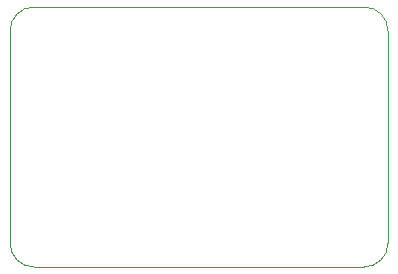
<source format=gbr>
%TF.GenerationSoftware,KiCad,Pcbnew,8.0.2*%
%TF.CreationDate,2024-09-03T17:10:46+02:00*%
%TF.ProjectId,IMD SCS Maker,494d4420-5343-4532-904d-616b65722e6b,rev?*%
%TF.SameCoordinates,Original*%
%TF.FileFunction,Profile,NP*%
%FSLAX46Y46*%
G04 Gerber Fmt 4.6, Leading zero omitted, Abs format (unit mm)*
G04 Created by KiCad (PCBNEW 8.0.2) date 2024-09-03 17:10:46*
%MOMM*%
%LPD*%
G01*
G04 APERTURE LIST*
%TA.AperFunction,Profile*%
%ADD10C,0.100000*%
%TD*%
G04 APERTURE END LIST*
D10*
X93000000Y-39500000D02*
G75*
G02*
X95000000Y-41500000I0J-2000000D01*
G01*
X63000000Y-41500000D02*
G75*
G02*
X65000000Y-39500000I2000000J0D01*
G01*
X95000000Y-41500000D02*
X95000000Y-59500000D01*
X65000000Y-39500000D02*
X93000000Y-39500000D01*
X93000000Y-61500000D02*
X65000000Y-61500000D01*
X65000000Y-61500000D02*
G75*
G02*
X63000000Y-59500000I0J2000000D01*
G01*
X95000000Y-59500000D02*
G75*
G02*
X93000000Y-61500000I-2000000J0D01*
G01*
X63000000Y-59500000D02*
X63000000Y-41500000D01*
M02*

</source>
